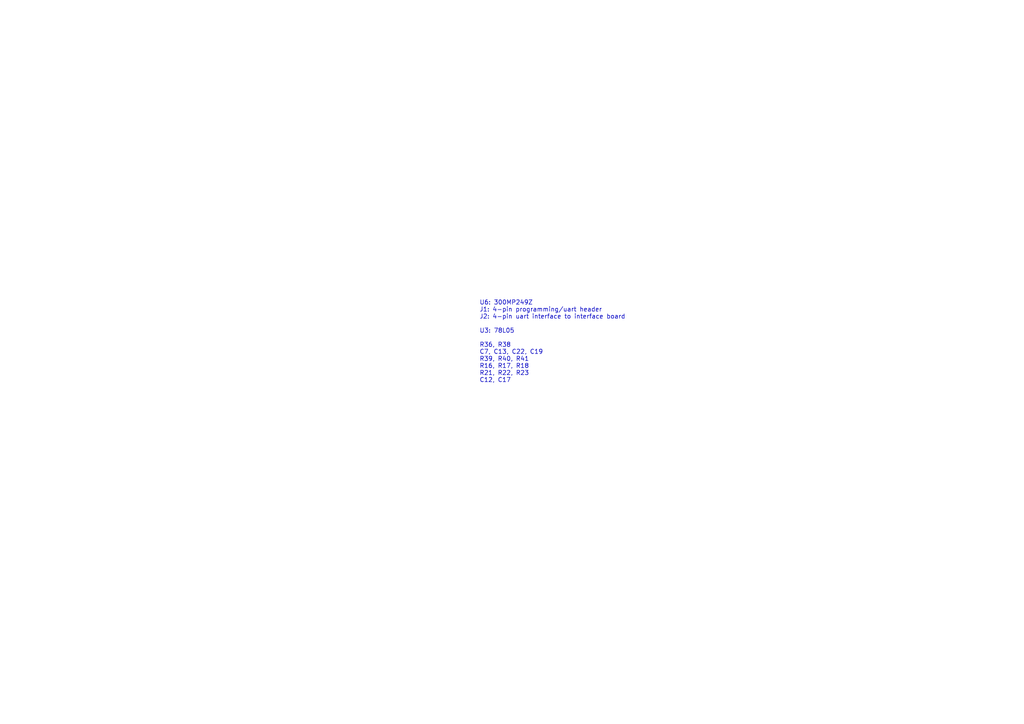
<source format=kicad_sch>
(kicad_sch (version 20211123) (generator eeschema)
  (paper "A4")
  (lib_symbols)
  (text "U6: 300MP249Z\nJ1: 4-pin programming/uart header\nJ2: 4-pin uart interface to interface board\n\nU3: 78L05\n\nR36, R38\nC7, C13, C22, C19\nR39, R40, R41\nR16, R17, R18\nR21, R22, R23\nC12, C17\n" (at 139.065 111.125 0) (effects (font (size 1.27 1.27)) (justify left bottom)))
)
</source>
